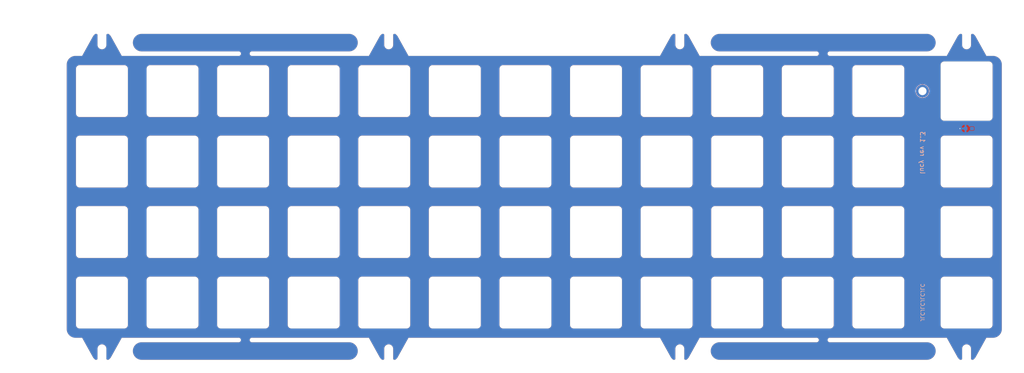
<source format=kicad_pcb>
(kicad_pcb (version 20211014) (generator pcbnew)
  (layers (0 "F.Cu" signal) (31 "B.Cu" signal) (34 "B.Paste" user) (35 "F.Paste" user) (36 "B.SilkS" user "B.Silkscreen") (37 "F.SilkS" user "F.Silkscreen") (38 "B.Mask" user) (39 "F.Mask" user) (44 "Edge.Cuts" user))
  (net 0 "")
  (net 1 "GND")
  (footprint "Keeb_footprints:MX100_cutout_plated" (layer "F.Cu") (at 155.97253 50.00646)
    (fp_text reference "U1")
    (fp_text value "HOLE")
    (fp_line (start -7 6) (end -7 -6) (layer "Edge.Cuts") (width 0.05))
    (fp_line (start -6 7) (end 6 7) (layer "Edge.Cuts") (width 0.05))
    (fp_line (start -6 -7) (end 6 -7) (layer "Edge.Cuts") (width 0.05))
    (fp_line (start 7 -6) (end 7 6) (layer "Edge.Cuts") (width 0.05))
    (fp_arc (start 7 6) (mid 6.707107 6.707107) (end 6 7) (layer "Edge.Cuts") (width 0.05))
    (fp_arc (start 6 -7) (mid 6.707107 -6.707107) (end 7 -6) (layer "Edge.Cuts") (width 0.05))
    (fp_arc (start -6 7) (mid -6.707107 6.707107) (end -7 6) (layer "Edge.Cuts") (width 0.05))
    (fp_arc (start -7 -6) (mid -6.707107 -6.707107) (end -6 -7) (layer "Edge.Cuts") (width 0.05))
  )
  (footprint "Keeb_footprints:MX100_cutout_plated" (layer "F.Cu") (at 175.02261 50.00646)
    (fp_text reference "U2")
    (fp_text value "HOLE")
    (fp_line (start -7 6) (end -7 -6) (layer "Edge.Cuts") (width 0.05))
    (fp_line (start -6 -7) (end 6 -7) (layer "Edge.Cuts") (width 0.05))
    (fp_line (start 7 -6) (end 7 6) (layer "Edge.Cuts") (width 0.05))
    (fp_line (start -6 7) (end 6 7) (layer "Edge.Cuts") (width 0.05))
    (fp_arc (start 6 -7) (mid 6.707107 -6.707107) (end 7 -6) (layer "Edge.Cuts") (width 0.05))
    (fp_arc (start -6 7) (mid -6.707107 6.707107) (end -7 6) (layer "Edge.Cuts") (width 0.05))
    (fp_arc (start 7 6) (mid 6.707107 6.707107) (end 6 7) (layer "Edge.Cuts") (width 0.05))
    (fp_arc (start -7 -6) (mid -6.707107 -6.707107) (end -6 -7) (layer "Edge.Cuts") (width 0.05))
  )
  (footprint "Keeb_footprints:MX100_cutout_plated" (layer "F.Cu") (at 194.07269 50.00646)
    (fp_text reference "U3")
    (fp_text value "HOLE")
    (fp_line (start -6 7) (end 6 7) (layer "Edge.Cuts") (width 0.05))
    (fp_line (start -7 6) (end -7 -6) (layer "Edge.Cuts") (width 0.05))
    (fp_line (start 7 -6) (end 7 6) (layer "Edge.Cuts") (width 0.05))
    (fp_line (start -6 -7) (end 6 -7) (layer "Edge.Cuts") (width 0.05))
    (fp_arc (start 7 6) (mid 6.707107 6.707107) (end 6 7) (layer "Edge.Cuts") (width 0.05))
    (fp_arc (start -7 -6) (mid -6.707107 -6.707107) (end -6 -7) (layer "Edge.Cuts") (width 0.05))
    (fp_arc (start -6 7) (mid -6.707107 6.707107) (end -7 6) (layer "Edge.Cuts") (width 0.05))
    (fp_arc (start 6 -7) (mid 6.707107 -6.707107) (end 7 -6) (layer "Edge.Cuts") (width 0.05))
  )
  (footprint "Keeb_footprints:MX100_cutout_plated" (layer "F.Cu") (at 213.12277 50.00646)
    (fp_text reference "U4")
    (fp_text value "HOLE")
    (fp_line (start -7 6) (end -7 -6) (layer "Edge.Cuts") (width 0.05))
    (fp_line (start -6 7) (end 6 7) (layer "Edge.Cuts") (width 0.05))
    (fp_line (start -6 -7) (end 6 -7) (layer "Edge.Cuts") (width 0.05))
    (fp_line (start 7 -6) (end 7 6) (layer "Edge.Cuts") (width 0.05))
    (fp_arc (start -7 -6) (mid -6.707107 -6.707107) (end -6 -7) (layer "Edge.Cuts") (width 0.05))
    (fp_arc (start 7 6) (mid 6.707107 6.707107) (end 6 7) (layer "Edge.Cuts") (width 0.05))
    (fp_arc (start 6 -7) (mid 6.707107 -6.707107) (end 7 -6) (layer "Edge.Cuts") (width 0.05))
    (fp_arc (start -6 7) (mid -6.707107 6.707107) (end -7 6) (layer "Edge.Cuts") (width 0.05))
  )
  (footprint "Keeb_footprints:MX100_cutout_plated" (layer "F.Cu") (at 232.17285 50.00646)
    (fp_text reference "U5")
    (fp_text value "HOLE")
    (fp_line (start 7 -6) (end 7 6) (layer "Edge.Cuts") (width 0.05))
    (fp_line (start -7 6) (end -7 -6) (layer "Edge.Cuts") (width 0.05))
    (fp_line (start -6 7) (end 6 7) (layer "Edge.Cuts") (width 0.05))
    (fp_line (start -6 -7) (end 6 -7) (layer "Edge.Cuts") (width 0.05))
    (fp_arc (start -7 -6) (mid -6.707107 -6.707107) (end -6 -7) (layer "Edge.Cuts") (width 0.05))
    (fp_arc (start -6 7) (mid -6.707107 6.707107) (end -7 6) (layer "Edge.Cuts") (width 0.05))
    (fp_arc (start 6 -7) (mid 6.707107 -6.707107) (end 7 -6) (layer "Edge.Cuts") (width 0.05))
    (fp_arc (start 7 6) (mid 6.707107 6.707107) (end 6 7) (layer "Edge.Cuts") (width 0.05))
  )
  (footprint "Keeb_footprints:MX100_cutout_plated" (layer "F.Cu") (at 327.42325 50.00646)
    (fp_text reference "U10")
    (fp_text value "HOLE")
    (fp_line (start -6 7) (end 6 7) (layer "Edge.Cuts") (width 0.05))
    (fp_line (start -6 -7) (end 6 -7) (layer "Edge.Cuts") (width 0.05))
    (fp_line (start 7 -6) (end 7 6) (layer "Edge.Cuts") (width 0.05))
    (fp_line (start -7 6) (end -7 -6) (layer "Edge.Cuts") (width 0.05))
    (fp_arc (start -6 7) (mid -6.707107 6.707107) (end -7 6) (layer "Edge.Cuts") (width 0.05))
    (fp_arc (start -7 -6) (mid -6.707107 -6.707107) (end -6 -7) (layer "Edge.Cuts") (width 0.05))
    (fp_arc (start 6 -7) (mid 6.707107 -6.707107) (end 7 -6) (layer "Edge.Cuts") (width 0.05))
    (fp_arc (start 7 6) (mid 6.707107 6.707107) (end 6 7) (layer "Edge.Cuts") (width 0.05))
  )
  (footprint "Keeb_footprints:MX100_cutout_plated" (layer "F.Cu") (at 346.47333 50.00646)
    (fp_text reference "U11")
    (fp_text value "HOLE")
    (fp_line (start -7 6) (end -7 -6) (layer "Edge.Cuts") (width 0.05))
    (fp_line (start -6 -7) (end 6 -7) (layer "Edge.Cuts") (width 0.05))
    (fp_line (start -6 7) (end 6 7) (layer "Edge.Cuts") (width 0.05))
    (fp_line (start 7 -6) (end 7 6) (layer "Edge.Cuts") (width 0.05))
    (fp_arc (start 6 -7) (mid 6.707107 -6.707107) (end 7 -6) (layer "Edge.Cuts") (width 0.05))
    (fp_arc (start -6 7) (mid -6.707107 6.707107) (end -7 6) (layer "Edge.Cuts") (width 0.05))
    (fp_arc (start 7 6) (mid 6.707107 6.707107) (end 6 7) (layer "Edge.Cuts") (width 0.05))
    (fp_arc (start -7 -6) (mid -6.707107 -6.707107) (end -6 -7) (layer "Edge.Cuts") (width 0.05))
  )
  (footprint "Keeb_footprints:MX100_cutout_plated" (layer "F.Cu") (at 155.97253 69.05654)
    (fp_text reference "U13")
    (fp_text value "HOLE")
    (fp_line (start -7 6) (end -7 -6) (layer "Edge.Cuts") (width 0.05))
    (fp_line (start -6 7) (end 6 7) (layer "Edge.Cuts") (width 0.05))
    (fp_line (start 7 -6) (end 7 6) (layer "Edge.Cuts") (width 0.05))
    (fp_line (start -6 -7) (end 6 -7) (layer "Edge.Cuts") (width 0.05))
    (fp_arc (start 7 6) (mid 6.707107 6.707107) (end 6 7) (layer "Edge.Cuts") (width 0.05))
    (fp_arc (start -7 -6) (mid -6.707107 -6.707107) (end -6 -7) (layer "Edge.Cuts") (width 0.05))
    (fp_arc (start -6 7) (mid -6.707107 6.707107) (end -7 6) (layer "Edge.Cuts") (width 0.05))
    (fp_arc (start 6 -7) (mid 6.707107 -6.707107) (end 7 -6) (layer "Edge.Cuts") (width 0.05))
  )
  (footprint "Keeb_footprints:MX100_cutout_plated" (layer "F.Cu") (at 194.07269 69.05654)
    (fp_text reference "U15")
    (fp_text value "HOLE")
    (fp_line (start 7 -6) (end 7 6) (layer "Edge.Cuts") (width 0.05))
    (fp_line (start -6 7) (end 6 7) (layer "Edge.Cuts") (width 0.05))
    (fp_line (start -6 -7) (end 6 -7) (layer "Edge.Cuts") (width 0.05))
    (fp_line (start -7 6) (end -7 -6) (layer "Edge.Cuts") (width 0.05))
    (fp_arc (start -6 7) (mid -6.707107 6.707107) (end -7 6) (layer "Edge.Cuts") (width 0.05))
    (fp_arc (start 6 -7) (mid 6.707107 -6.707107) (end 7 -6) (layer "Edge.Cuts") (width 0.05))
    (fp_arc (start 7 6) (mid 6.707107 6.707107) (end 6 7) (layer "Edge.Cuts") (width 0.05))
    (fp_arc (start -7 -6) (mid -6.707107 -6.707107) (end -6 -7) (layer "Edge.Cuts") (width 0.05))
  )
  (footprint "Keeb_footprints:MX100_cutout_plated" (layer "F.Cu") (at 232.17285 69.05654)
    (fp_text reference "U17")
    (fp_text value "HOLE")
    (fp_line (start 7 -6) (end 7 6) (layer "Edge.Cuts") (width 0.05))
    (fp_line (start -7 6) (end -7 -6) (layer "Edge.Cuts") (width 0.05))
    (fp_line (start -6 -7) (end 6 -7) (layer "Edge.Cuts") (width 0.05))
    (fp_line (start -6 7) (end 6 7) (layer "Edge.Cuts") (width 0.05))
    (fp_arc (start 6 -7) (mid 6.707107 -6.707107) (end 7 -6) (layer "Edge.Cuts") (width 0.05))
    (fp_arc (start -7 -6) (mid -6.707107 -6.707107) (end -6 -7) (layer "Edge.Cuts") (width 0.05))
    (fp_arc (start 7 6) (mid 6.707107 6.707107) (end 6 7) (layer "Edge.Cuts") (width 0.05))
    (fp_arc (start -6 7) (mid -6.707107 6.707107) (end -7 6) (layer "Edge.Cuts") (width 0.05))
  )
  (footprint "Keeb_footprints:MX100_cutout_plated" (layer "F.Cu") (at 251.22293 69.05654)
    (fp_text reference "U18")
    (fp_text value "HOLE")
    (fp_line (start -6 7) (end 6 7) (layer "Edge.Cuts") (width 0.05))
    (fp_line (start 7 -6) (end 7 6) (layer "Edge.Cuts") (width 0.05))
    (fp_line (start -6 -7) (end 6 -7) (layer "Edge.Cuts") (width 0.05))
    (fp_line (start -7 6) (end -7 -6) (layer "Edge.Cuts") (width 0.05))
    (fp_arc (start -6 7) (mid -6.707107 6.707107) (end -7 6) (layer "Edge.Cuts") (width 0.05))
    (fp_arc (start 6 -7) (mid 6.707107 -6.707107) (end 7 -6) (layer "Edge.Cuts") (width 0.05))
    (fp_arc (start -7 -6) (mid -6.707107 -6.707107) (end -6 -7) (layer "Edge.Cuts") (width 0.05))
    (fp_arc (start 7 6) (mid 6.707107 6.707107) (end 6 7) (layer "Edge.Cuts") (width 0.05))
  )
  (footprint "Keeb_footprints:MX100_cutout_plated" (layer "F.Cu") (at 270.27301 69.05654)
    (fp_text reference "U19")
    (fp_text value "HOLE")
    (fp_line (start -7 6) (end -7 -6) (layer "Edge.Cuts") (width 0.05))
    (fp_line (start -6 -7) (end 6 -7) (layer "Edge.Cuts") (width 0.05))
    (fp_line (start -6 7) (end 6 7) (layer "Edge.Cuts") (width 0.05))
    (fp_line (start 7 -6) (end 7 6) (layer "Edge.Cuts") (width 0.05))
    (fp_arc (start -6 7) (mid -6.707107 6.707107) (end -7 6) (layer "Edge.Cuts") (width 0.05))
    (fp_arc (start -7 -6) (mid -6.707107 -6.707107) (end -6 -7) (layer "Edge.Cuts") (width 0.05))
    (fp_arc (start 7 6) (mid 6.707107 6.707107) (end 6 7) (layer "Edge.Cuts") (width 0.05))
    (fp_arc (start 6 -7) (mid 6.707107 -6.707107) (end 7 -6) (layer "Edge.Cuts") (width 0.05))
  )
  (footprint "Keeb_footprints:MX100_cutout_plated" (layer "F.Cu") (at 289.32309 69.05654)
    (fp_text reference "U20")
    (fp_text value "HOLE")
    (fp_line (start 7 -6) (end 7 6) (layer "Edge.Cuts") (width 0.05))
    (fp_line (start -6 7) (end 6 7) (layer "Edge.Cuts") (width 0.05))
    (fp_line (start -6 -7) (end 6 -7) (layer "Edge.Cuts") (width 0.05))
    (fp_line (start -7 6) (end -7 -6) (layer "Edge.Cuts") (width 0.05))
    (fp_arc (start -6 7) (mid -6.707107 6.707107) (end -7 6) (layer "Edge.Cuts") (width 0.05))
    (fp_arc (start -7 -6) (mid -6.707107 -6.707107) (end -6 -7) (layer "Edge.Cuts") (width 0.05))
    (fp_arc (start 6 -7) (mid 6.707107 -6.707107) (end 7 -6) (layer "Edge.Cuts") (width 0.05))
    (fp_arc (start 7 6) (mid 6.707107 6.707107) (end 6 7) (layer "Edge.Cuts") (width 0.05))
  )
  (footprint "Keeb_footprints:MX100_cutout_plated" (layer "F.Cu") (at 308.37317 69.05654)
    (fp_text reference "U21")
    (fp_text value "HOLE")
    (fp_line (start 7 -6) (end 7 6) (layer "Edge.Cuts") (width 0.05))
    (fp_line (start -7 6) (end -7 -6) (layer "Edge.Cuts") (width 0.05))
    (fp_line (start -6 7) (end 6 7) (layer "Edge.Cuts") (width 0.05))
    (fp_line (start -6 -7) (end 6 -7) (layer "Edge.Cuts") (width 0.05))
    (fp_arc (start -7 -6) (mid -6.707107 -6.707107) (end -6 -7) (layer "Edge.Cuts") (width 0.05))
    (fp_arc (start -6 7) (mid -6.707107 6.707107) (end -7 6) (layer "Edge.Cuts") (width 0.05))
    (fp_arc (start 7 6) (mid 6.707107 6.707107) (end 6 7) (layer "Edge.Cuts") (width 0.05))
    (fp_arc (start 6 -7) (mid 6.707107 -6.707107) (end 7 -6) (layer "Edge.Cuts") (width 0.05))
  )
  (footprint "Keeb_footprints:MX100_cutout_plated" (layer "F.Cu") (at 327.42325 69.05654)
    (fp_text reference "U22")
    (fp_text value "HOLE")
    (fp_line (start -6 7) (end 6 7) (layer "Edge.Cuts") (width 0.05))
    (fp_line (start 7 -6) (end 7 6) (layer "Edge.Cuts") (width 0.05))
    (fp_line (start -6 -7) (end 6 -7) (layer "Edge.Cuts") (width 0.05))
    (fp_line (start -7 6) (end -7 -6) (layer "Edge.Cuts") (width 0.05))
    (fp_arc (start -7 -6) (mid -6.707107 -6.707107) (end -6 -7) (layer "Edge.Cuts") (width 0.05))
    (fp_arc (start 6 -7) (mid 6.707107 -6.707107) (end 7 -6) (layer "Edge.Cuts") (width 0.05))
    (fp_arc (start 7 6) (mid 6.707107 6.707107) (end 6 7) (layer "Edge.Cuts") (width 0.05))
    (fp_arc (start -6 7) (mid -6.707107 6.707107) (end -7 6) (layer "Edge.Cuts") (width 0.05))
  )
  (footprint "Keeb_footprints:MX100_cutout_plated" (layer "F.Cu") (at 346.47333 69.05654)
    (fp_text reference "U23")
    (fp_text value "HOLE")
    (fp_line (start -6 -7) (end 6 -7) (layer "Edge.Cuts") (width 0.05))
    (fp_line (start -7 6) (end -7 -6) (layer "Edge.Cuts") (width 0.05))
    (fp_line (start 7 -6) (end 7 6) (layer "Edge.Cuts") (width 0.05))
    (fp_line (start -6 7) (end 6 7) (layer "Edge.Cuts") (width 0.05))
    (fp_arc (start 6 -7) (mid 6.707107 -6.707107) (end 7 -6) (layer "Edge.Cuts") (width 0.05))
    (fp_arc (start 7 6) (mid 6.707107 6.707107) (end 6 7) (layer "Edge.Cuts") (width 0.05))
    (fp_arc (start -6 7) (mid -6.707107 6.707107) (end -7 6) (layer "Edge.Cuts") (width 0.05))
    (fp_arc (start -7 -6) (mid -6.707107 -6.707107) (end -6 -7) (layer "Edge.Cuts") (width 0.05))
  )
  (footprint "Keeb_footprints:MX100_cutout_plated" (layer "F.Cu") (at 365.52341 69.05654)
    (fp_text reference "U24")
    (fp_text value "HOLE")
    (fp_line (start -7 6) (end -7 -6) (layer "Edge.Cuts") (width 0.05))
    (fp_line (start -6 7) (end 6 7) (layer "Edge.Cuts") (width 0.05))
    (fp_line (start 7 -6) (end 7 6) (layer "Edge.Cuts") (width 0.05))
    (fp_line (start -6 -7) (end 6 -7) (layer "Edge.Cuts") (width 0.05))
    (fp_arc (start -6 7) (mid -6.707107 6.707107) (end -7 6) (layer "Edge.Cuts") (width 0.05))
    (fp_arc (start -7 -6) (mid -6.707107 -6.707107) (end -6 -7) (layer "Edge.Cuts") (width 0.05))
    (fp_arc (start 6 -7) (mid 6.707107 -6.707107) (end 7 -6) (layer "Edge.Cuts") (width 0.05))
    (fp_arc (start 7 6) (mid 6.707107 6.707107) (end 6 7) (layer "Edge.Cuts") (width 0.05))
  )
  (footprint "Keeb_footprints:MX100_cutout_plated" (layer "F.Cu") (at 155.97253 88.10662)
    (fp_text reference "U25")
    (fp_text value "HOLE")
    (fp_line (start 7 -6) (end 7 6) (layer "Edge.Cuts") (width 0.05))
    (fp_line (start -7 6) (end -7 -6) (layer "Edge.Cuts") (width 0.05))
    (fp_line (start -6 -7) (end 6 -7) (layer "Edge.Cuts") (width 0.05))
    (fp_line (start -6 7) (end 6 7) (layer "Edge.Cuts") (width 0.05))
    (fp_arc (start -6 7) (mid -6.707107 6.707107) (end -7 6) (layer "Edge.Cuts") (width 0.05))
    (fp_arc (start 6 -7) (mid 6.707107 -6.707107) (end 7 -6) (layer "Edge.Cuts") (width 0.05))
    (fp_arc (start 7 6) (mid 6.707107 6.707107) (end 6 7) (layer "Edge.Cuts") (width 0.05))
    (fp_arc (start -7 -6) (mid -6.707107 -6.707107) (end -6 -7) (layer "Edge.Cuts") (width 0.05))
  )
  (footprint "Keeb_footprints:MX100_cutout_plated" (layer "F.Cu") (at 175.02261 88.10662)
    (fp_text reference "U26")
    (fp_text value "HOLE")
    (fp_line (start -6 -7) (end 6 -7) (layer "Edge.Cuts") (width 0.05))
    (fp_line (start -6 7) (end 6 7) (layer "Edge.Cuts") (width 0.05))
    (fp_line (start -7 6) (end -7 -6) (layer "Edge.Cuts") (width 0.05))
    (fp_line (start 7 -6) (end 7 6) (layer "Edge.Cuts") (width 0.05))
    (fp_arc (start 7 6) (mid 6.707107 6.707107) (end 6 7) (layer "Edge.Cuts") (width 0.05))
    (fp_arc (start -6 7) (mid -6.707107 6.707107) (end -7 6) (layer "Edge.Cuts") (width 0.05))
    (fp_arc (start 6 -7) (mid 6.707107 -6.707107) (end 7 -6) (layer "Edge.Cuts") (width 0.05))
    (fp_arc (start -7 -6) (mid -6.707107 -6.707107) (end -6 -7) (layer "Edge.Cuts") (width 0.05))
  )
  (footprint "Keeb_footprints:MX100_cutout_plated" (layer "F.Cu") (at 194.07269 88.10662)
    (fp_text reference "U27")
    (fp_text value "HOLE")
    (fp_line (start -7 6) (end -7 -6) (layer "Edge.Cuts") (width 0.05))
    (fp_line (start 7 -6) (end 7 6) (layer "Edge.Cuts") (width 0.05))
    (fp_line (start -6 -7) (end 6 -7) (layer "Edge.Cuts") (width 0.05))
    (fp_line (start -6 7) (end 6 7) (layer "Edge.Cuts") (width 0.05))
    (fp_arc (start -6 7) (mid -6.707107 6.707107) (end -7 6) (layer "Edge.Cuts") (width 0.05))
    (fp_arc (start -7 -6) (mid -6.707107 -6.707107) (end -6 -7) (layer "Edge.Cuts") (width 0.05))
    (fp_arc (start 6 -7) (mid 6.707107 -6.707107) (end 7 -6) (layer "Edge.Cuts") (width 0.05))
    (fp_arc (start 7 6) (mid 6.707107 6.707107) (end 6 7) (layer "Edge.Cuts") (width 0.05))
  )
  (footprint "Keeb_footprints:MX100_cutout_plated" (layer "F.Cu") (at 213.12277 88.10662)
    (fp_text reference "U28")
    (fp_text value "HOLE")
    (fp_line (start -6 7) (end 6 7) (layer "Edge.Cuts") (width 0.05))
    (fp_line (start -7 6) (end -7 -6) (layer "Edge.Cuts") (width 0.05))
    (fp_line (start 7 -6) (end 7 6) (layer "Edge.Cuts") (width 0.05))
    (fp_line (start -6 -7) (end 6 -7) (layer "Edge.Cuts") (width 0.05))
    (fp_arc (start 6 -7) (mid 6.707107 -6.707107) (end 7 -6) (layer "Edge.Cuts") (width 0.05))
    (fp_arc (start 7 6) (mid 6.707107 6.707107) (end 6 7) (layer "Edge.Cuts") (width 0.05))
    (fp_arc (start -6 7) (mid -6.707107 6.707107) (end -7 6) (layer "Edge.Cuts") (width 0.05))
    (fp_arc (start -7 -6) (mid -6.707107 -6.707107) (end -6 -7) (layer "Edge.Cuts") (width 0.05))
  )
  (footprint "Keeb_footprints:MX100_cutout_plated" (layer "F.Cu") (at 232.17285 88.10662)
    (fp_text reference "U29")
    (fp_text value "HOLE")
    (fp_line (start -6 -7) (end 6 -7) (layer "Edge.Cuts") (width 0.05))
    (fp_line (start -7 6) (end -7 -6) (layer "Edge.Cuts") (width 0.05))
    (fp_line (start -6 7) (end 6 7) (layer "Edge.Cuts") (width 0.05))
    (fp_line (start 7 -6) (end 7 6) (layer "Edge.Cuts") (width 0.05))
    (fp_arc (start 7 6) (mid 6.707107 6.707107) (end 6 7) (layer "Edge.Cuts") (width 0.05))
    (fp_arc (start -6 7) (mid -6.707107 6.707107) (end -7 6) (layer "Edge.Cuts") (width 0.05))
    (fp_arc (start 6 -7) (mid 6.707107 -6.707107) (end 7 -6) (layer "Edge.Cuts") (width 0.05))
    (fp_arc (start -7 -6) (mid -6.707107 -6.707107) (end -6 -7) (layer "Edge.Cuts") (width 0.05))
  )
  (footprint "Keeb_footprints:MX100_cutout_plated" (layer "F.Cu") (at 251.22293 88.10662)
    (fp_text reference "U30")
    (fp_text value "HOLE")
    (fp_line (start -6 -7) (end 6 -7) (layer "Edge.Cuts") (width 0.05))
    (fp_line (start -6 7) (end 6 7) (layer "Edge.Cuts") (width 0.05))
    (fp_line (start -7 6) (end -7 -6) (layer "Edge.Cuts") (width 0.05))
    (fp_line (start 7 -6) (end 7 6) (layer "Edge.Cuts") (width 0.05))
    (fp_arc (start 6 -7) (mid 6.707107 -6.707107) (end 7 -6) (layer "Edge.Cuts") (width 0.05))
    (fp_arc (start -6 7) (mid -6.707107 6.707107) (end -7 6) (layer "Edge.Cuts") (width 0.05))
    (fp_arc (start -7 -6) (mid -6.707107 -6.707107) (end -6 -7) (layer "Edge.Cuts") (width 0.05))
    (fp_arc (start 7 6) (mid 6.707107 6.707107) (end 6 7) (layer "Edge.Cuts") (width 0.05))
  )
  (footprint "Keeb_footprints:MX100_cutout_plated" (layer "F.Cu") (at 270.27301 88.10662)
    (fp_text reference "U31")
    (fp_text value "HOLE")
    (fp_line (start -6 -7) (end 6 -7) (layer "Edge.Cuts") (width 0.05))
    (fp_line (start 7 -6) (end 7 6) (layer "Edge.Cuts") (width 0.05))
    (fp_line (start -7 6) (end -7 -6) (layer "Edge.Cuts") (width 0.05))
    (fp_line (start -6 7) (end 6 7) (layer "Edge.Cuts") (width 0.05))
    (fp_arc (start 6 -7) (mid 6.707107 -6.707107) (end 7 -6) (layer "Edge.Cuts") (width 0.05))
    (fp_arc (start -6 7) (mid -6.707107 6.707107) (end -7 6) (layer "Edge.Cuts") (width 0.05))
    (fp_arc (start -7 -6) (mid -6.707107 -6.707107) (end -6 -7) (layer "Edge.Cuts") (width 0.05))
    (fp_arc (start 7 6) (mid 6.707107 6.707107) (end 6 7) (layer "Edge.Cuts") (width 0.05))
  )
  (footprint "Keeb_footprints:MX100_cutout_plated" (layer "F.Cu") (at 289.32309 88.10662)
    (fp_text reference "U32")
    (fp_text value "HOLE")
    (fp_line (start -7 6) (end -7 -6) (layer "Edge.Cuts") (width 0.05))
    (fp_line (start 7 -6) (end 7 6) (layer "Edge.Cuts") (width 0.05))
    (fp_line (start -6 7) (end 6 7) (layer "Edge.Cuts") (width 0.05))
    (fp_line (start -6 -7) (end 6 -7) (layer "Edge.Cuts") (width 0.05))
    (fp_arc (start -6 7) (mid -6.707107 6.707107) (end -7 6) (layer "Edge.Cuts") (width 0.05))
    (fp_arc (start -7 -6) (mid -6.707107 -6.707107) (end -6 -7) (layer "Edge.Cuts") (width 0.05))
    (fp_arc (start 7 6) (mid 6.707107 6.707107) (end 6 7) (layer "Edge.Cuts") (width 0.05))
    (fp_arc (start 6 -7) (mid 6.707107 -6.707107) (end 7 -6) (layer "Edge.Cuts") (width 0.05))
  )
  (footprint "Keeb_footprints:MX100_cutout_plated" (layer "F.Cu") (at 308.37317 88.10662)
    (fp_text reference "U33")
    (fp_text value "HOLE")
    (fp_line (start -6 -7) (end 6 -7) (layer "Edge.Cuts") (width 0.05))
    (fp_line (start -6 7) (end 6 7) (layer "Edge.Cuts") (width 0.05))
    (fp_line (start 7 -6) (end 7 6) (layer "Edge.Cuts") (width 0.05))
    (fp_line (start -7 6) (end -7 -6) (layer "Edge.Cuts") (width 0.05))
    (fp_arc (start -7 -6) (mid -6.707107 -6.707107) (end -6 -7) (layer "Edge.Cuts") (width 0.05))
    (fp_arc (start 6 -7) (mid 6.707107 -6.707107) (end 7 -6) (layer "Edge.Cuts") (width 0.05))
    (fp_arc (start -6 7) (mid -6.707107 6.707107) (end -7 6) (layer "Edge.Cuts") (width 0.05))
    (fp_arc (start 7 6) (mid 6.707107 6.707107) (end 6 7) (layer "Edge.Cuts") (width 0.05))
  )
  (footprint "Keeb_footprints:MX100_cutout_plated" (layer "F.Cu") (at 327.42325 88.10662)
    (fp_text reference "U34")
    (fp_text value "HOLE")
    (fp_line (start -6 -7) (end 6 -7) (layer "Edge.Cuts") (width 0.05))
    (fp_line (start -6 7) (end 6 7) (layer "Edge.Cuts") (width 0.05))
    (fp_line (start -7 6) (end -7 -6) (layer "Edge.Cuts") (width 0.05))
    (fp_line (start 7 -6) (end 7 6) (layer "Edge.Cuts") (width 0.05))
    (fp_arc (start 6 -7) (mid 6.707107 -6.707107) (end 7 -6) (layer "Edge.Cuts") (width 0.05))
    (fp_arc (start -7 -6) (mid -6.707107 -6.707107) (end -6 -7) (layer "Edge.Cuts") (width 0.05))
    (fp_arc (start 7 6) (mid 6.707107 6.707107) (end 6 7) (layer "Edge.Cuts") (width 0.05))
    (fp_arc (start -6 7) (mid -6.707107 6.707107) (end -7 6) (layer "Edge.Cuts") (width 0.05))
  )
  (footprint "Keeb_footprints:MX100_cutout_plated" (layer "F.Cu") (at 346.47333 88.10662)
    (fp_text reference "U35")
    (fp_text value "HOLE")
    (fp_line (start 7 -6) (end 7 6) (layer "Edge.Cuts") (width 0.05))
    (fp_line (start -6 7) (end 6 7) (layer "Edge.Cuts") (width 0.05))
    (fp_line (start -7 6) (end -7 -6) (layer "Edge.Cuts") (width 0.05))
    (fp_line (start -6 -7) (end 6 -7) (layer "Edge.Cuts") (width 0.05))
    (fp_arc (start 7 6) (mid 6.707107 6.707107) (end 6 7) (layer "Edge.Cuts") (width 0.05))
    (fp_arc (start -7 -6) (mid -6.707107 -6.707107) (end -6 -7) (layer "Edge.Cuts") (width 0.05))
    (fp_arc (start 6 -7) (mid 6.707107 -6.707107) (end 7 -6) (layer "Edge.Cuts") (width 0.05))
    (fp_arc (start -6 7) (mid -6.707107 6.707107) (end -7 6) (layer "Edge.Cuts") (width 0.05))
  )
  (footprint "Keeb_footprints:MX100_cutout_plated" (layer "F.Cu") (at 365.52341 88.10662)
    (fp_text reference "U36")
    (fp_text value "HOLE")
    (fp_line (start 7 -6) (end 7 6) (layer "Edge.Cuts") (width 0.05))
    (fp_line (start -7 6) (end -7 -6) (layer "Edge.Cuts") (width 0.05))
    (fp_line (start -6 -7) (end 6 -7) (layer "Edge.Cuts") (width 0.05))
    (fp_line (start -6 7) (end 6 7) (layer "Edge.Cuts") (width 0.05))
    (fp_arc (start 7 6) (mid 6.707107 6.707107) (end 6 7) (layer "Edge.Cuts") (width 0.05))
    (fp_arc (start -7 -6) (mid -6.707107 -6.707107) (end -6 -7) (layer "Edge.Cuts") (width 0.05))
    (fp_arc (start -6 7) (mid -6.707107 6.707107) (end -7 6) (layer "Edge.Cuts") (width 0.05))
    (fp_arc (start 6 -7) (mid 6.707107 -6.707107) (end 7 -6) (layer "Edge.Cuts") (width 0.05))
  )
  (footprint "Keeb_footprints:MX100_cutout_plated" (layer "F.Cu") (at 175.02261 107.1567)
    (fp_text reference "U38")
    (fp_text value "HOLE")
    (fp_line (start 7 -6) (end 7 6) (layer "Edge.Cuts") (width 0.05))
    (fp_line (start -6 7) (end 6 7) (layer "Edge.Cuts") (width 0.05))
    (fp_line (start -6 -7) (end 6 -7) (layer "Edge.Cuts") (width 0.05))
    (fp_line (start -7 6) (end -7 -6) (layer "Edge.Cuts") (width 0.05))
    (fp_arc (start 6 -7) (mid 6.707107 -6.707107) (end 7 -6) (layer "Edge.Cuts") (width 0.05))
    (fp_arc (start -7 -6) (mid -6.707107 -6.707107) (end -6 -7) (layer "Edge.Cuts") (width 0.05))
    (fp_arc (start 7 6) (mid 6.707107 6.707107) (end 6 7) (layer "Edge.Cuts") (width 0.05))
    (fp_arc (start -6 7) (mid -6.707107 6.707107) (end -7 6) (layer "Edge.Cuts") (width 0.05))
  )
  (footprint "Keeb_footprints:MX100_cutout_plated" (layer "F.Cu") (at 194.07269 107.1567)
    (fp_text reference "U39")
    (fp_text value "HOLE")
    (fp_line (start -7 6) (end -7 -6) (layer "Edge.Cuts") (width 0.05))
    (fp_line (start -6 7) (end 6 7) (layer "Edge.Cuts") (width 0.05))
    (fp_line (start -6 -7) (end 6 -7) (layer "Edge.Cuts") (width 0.05))
    (fp_line (start 7 -6) (end 7 6) (layer "Edge.Cuts") (width 0.05))
    (fp_arc (start -7 -6) (mid -6.707107 -6.707107) (end -6 -7) (layer "Edge.Cuts") (width 0.05))
    (fp_arc (start -6 7) (mid -6.707107 6.707107) (end -7 6) (layer "Edge.Cuts") (width 0.05))
    (fp_arc (start 7 6) (mid 6.707107 6.707107) (end 6 7) (layer "Edge.Cuts") (width 0.05))
    (fp_arc (start 6 -7) (mid 6.707107 -6.707107) (end 7 -6) (layer "Edge.Cuts") (width 0.05))
  )
  (footprint "Keeb_footprints:MX100_cutout_plated" (layer "F.Cu") (at 213.12277 107.1567)
    (fp_text reference "U40")
    (fp_text value "HOLE")
    (fp_line (start -6 -7) (end 6 -7) (layer "Edge.Cuts") (width 0.05))
    (fp_line (start -7 6) (end -7 -6) (layer "Edge.Cuts") (width 0.05))
    (fp_line (start 7 -6) (end 7 6) (layer "Edge.Cuts") (width 0.05))
    (fp_line (start -6 7) (end 6 7) (layer "Edge.Cuts") (width 0.05))
    (fp_arc (start 7 6) (mid 6.707107 6.707107) (end 6 7) (layer "Edge.Cuts") (width 0.05))
    (fp_arc (start -7 -6) (mid -6.707107 -6.707107) (end -6 -7) (layer "Edge.Cuts") (width 0.05))
    (fp_arc (start -6 7) (mid -6.707107 6.707107) (end -7 6) (layer "Edge.Cuts") (width 0.05))
    (fp_arc (start 6 -7) (mid 6.707107 -6.707107) (end 7 -6) (layer "Edge.Cuts") (width 0.05))
  )
  (footprint "Keeb_footprints:MX100_cutout_plated" (layer "F.Cu") (at 232.17285 107.1567)
    (fp_text reference "U41")
    (fp_text value "HOLE")
    (fp_line (start -6 -7) (end 6 -7) (layer "Edge.Cuts") (width 0.05))
    (fp_line (start -7 6) (end -7 -6) (layer "Edge.Cuts") (width 0.05))
    (fp_line (start -6 7) (end 6 7) (layer "Edge.Cuts") (width 0.05))
    (fp_line (start 7 -6) (end 7 6) (layer "Edge.Cuts") (width 0.05))
    (fp_arc (start 6 -7) (mid 6.707107 -6.707107) (end 7 -6) (layer "Edge.Cuts") (width 0.05))
    (fp_arc (start -6 7) (mid -6.707107 6.707107) (end -7 6) (layer "Edge.Cuts") (width 0.05))
    (fp_arc (start -7 -6) (mid -6.707107 -6.707107) (end -6 -7) (layer "Edge.Cuts") (width 0.05))
    (fp_arc (start 7 6) (mid 6.707107 6.707107) (end 6 7) (layer "Edge.Cuts") (width 0.05))
  )
  (footprint "Keeb_footprints:MX100_cutout_plated" (layer "F.Cu") (at 251.22293 107.1567)
    (fp_text reference "U42")
    (fp_text value "HOLE")
    (fp_line (start -6 -7) (end 6 -7) (layer "Edge.Cuts") (width 0.05))
    (fp_line (start 7 -6) (end 7 6) (layer "Edge.Cuts") (width 0.05))
    (fp_line (start -7 6) (end -7 -6) (layer "Edge.Cuts") (width 0.05))
    (fp_line (start -6 7) (end 6 7) (layer "Edge.Cuts") (width 0.05))
    (fp_arc (start 6 -7) (mid 6.707107 -6.707107) (end 7 -6) (layer "Edge.Cuts") (width 0.05))
    (fp_arc (start -7 -6) (mid -6.707107 -6.707107) (end -6 -7) (layer "Edge.Cuts") (width 0.05))
    (fp_arc (start -6 7) (mid -6.707107 6.707107) (end -7 6) (layer "Edge.Cuts") (width 0.05))
    (fp_arc (start 7 6) (mid 6.707107 6.707107) (end 6 7) (layer "Edge.Cuts") (width 0.05))
  )
  (footprint "Keeb_footprints:MX100_cutout_plated" (layer "F.Cu") (at 270.27301 107.1567)
    (fp_text reference "U43")
    (fp_text value "HOLE")
    (fp_line (start -6 7) (end 6 7) (layer "Edge.Cuts") (width 0.05))
    (fp_line (start -7 6) (end -7 -6) (layer "Edge.Cuts") (width 0.05))
    (fp_line (start -6 -7) (end 6 -7) (layer "Edge.Cuts") (width 0.05))
    (fp_line (start 7 -6) (end 7 6) (layer "Edge.Cuts") (width 0.05))
    (fp_arc (start -6 7) (mid -6.707107 6.707107) (end -7 6) (layer "Edge.Cuts") (width 0.05))
    (fp_arc (start 6 -7) (mid 6.707107 -6.707107) (end 7 -6) (layer "Edge.Cuts") (width 0.05))
    (fp_arc (start 7 6) (mid 6.707107 6.707107) (end 6 7) (layer "Edge.Cuts") (width 0.05))
    (fp_arc (start -7 -6) (mid -6.707107 -6.707107) (end -6 -7) (layer "Edge.Cuts") (width 0.05))
  )
  (footprint "Keeb_footprints:MX100_cutout_plated" (layer "F.Cu") (at 289.32309 107.1567)
    (fp_text reference "U44")
    (fp_text value "HOLE")
    (fp_line (start -7 6) (end -7 -6) (layer "Edge.Cuts") (width 0.05))
    (fp_line (start 7 -6) (end 7 6) (layer "Edge.Cuts") (width 0.05))
    (fp_line (start -6 7) (end 6 7) (layer "Edge.Cuts") (width 0.05))
    (fp_line (start -6 -7) (end 6 -7) (layer "Edge.Cuts") (width 0.05))
    (fp_arc (start -6 7) (mid -6.707107 6.707107) (end -7 6) (layer "Edge.Cuts") (width 0.05))
    (fp_arc (start 7 6) (mid 6.707107 6.707107) (end 6 7) (layer "Edge.Cuts") (width 0.05))
    (fp_arc (start 6 -7) (mid 6.707107 -6.707107) (end 7 -6) (layer "Edge.Cuts") (width 0.05))
    (fp_arc (start -7 -6) (mid -6.707107 -6.707107) (end -6 -7) (layer "Edge.Cuts") (width 0.05))
  )
  (footprint "Keeb_footprints:MX100_cutout_plated" (layer "F.Cu") (at 308.37317 107.1567)
    (fp_text reference "U45")
    (fp_text value "HOLE")
    (fp_line (start -6 -7) (end 6 -7) (layer "Edge.Cuts") (width 0.05))
    (fp_line (start -6 7) (end 6 7) (layer "Edge.Cuts") (width 0.05))
    (fp_line (start 7 -6) (end 7 6) (layer "Edge.Cuts") (width 0.05))
    (fp_line (start -7 6) (end -7 -6) (layer "Edge.Cuts") (width 0.05))
    (fp_arc (start 6 -7) (mid 6.707107 -6.707107) (end 7 -6) (layer "Edge.Cuts") (width 0.05))
    (fp_arc (start -6 7) (mid -6.707107 6.707107) (end -7 6) (layer "Edge.Cuts") (width 0.05))
    (fp_arc (start 7 6) (mid 6.707107 6.707107) (end 6 7) (layer "Edge.Cuts") (width 0.05))
    (fp_arc (start -7 -6) (mid -6.707107 -6.707107) (end -6 -7) (layer "Edge.Cuts") (width 0.05))
  )
  (footprint "Keeb_footprints:MX100_cutout_plated" (layer "F.Cu") (at 327.42325 107.1567)
    (fp_text reference "U46")
    (fp_text value "HOLE")
    (fp_line (start -7 6) (end -7 -6) (layer "Edge.Cuts") (width 0.05))
    (fp_line (start 7 -6) (end 7 6) (layer "Edge.Cuts") (width 0.05))
    (fp_line (start -6 7) (end 6 7) (layer "Edge.Cuts") (width 0.05))
    (fp_line (start -6 -7) (end 6 -7) (layer "Edge.Cuts") (width 0.05))
    (fp_arc (start 7 6) (mid 6.707107 6.707107) (end 6 7) (layer "Edge.Cuts") (width 0.05))
    (fp_arc (start -7 -6) (mid -6.707107 -6.707107) (end -6 -7) (layer "Edge.Cuts") (width 0.05))
    (fp_arc (start -6 7) (mid -6.707107 6.707107) (end -7 6) (layer "Edge.Cuts") (width 0.05))
    (fp_arc (start 6 -7) (mid 6.707107 -6.707107) (end 7 -6) (layer "Edge.Cuts") (width 0.05))
  )
  (footprint "Keeb_footprints:MX100_cutout_plated" (layer "F.Cu") (at 346.47333 107.16)
    (fp_text reference "U47")
    (fp_text value "HOLE")
    (fp_line (start -6 7) (end 6 7) (layer "Edge.Cuts") (width 0.05))
    (fp_line (start 7 -6) (end 7 6) (layer "Edge.Cuts") (width 0.05))
    (fp_line (start -6 -7) (end 6 -7) (layer "Edge.Cuts") (width 0.05))
    (fp_line (start -7 6) (end -7 -6) (layer "Edge.Cuts") (width 0.05))
    (fp_arc (start -7 -6) (mid -6.707107 -6.707107) (end -6 -7) (layer "Edge.Cuts") (width 0.05))
    (fp_arc (start 6 -7) (mid 6.707107 -6.707107) (end 7 -6) (layer "Edge.Cuts") (width 0.05))
    (fp_arc (start -6 7) (mid -6.707107 6.707107) (end -7 6) (layer "Edge.Cuts") (width 0.05))
    (fp_arc (start 7 6) (mid 6.707107 6.707107) (end 6 7) (layer "Edge.Cuts") (width 0.05))
  )
  (footprint "Keeb_footprints:MX100_cutout_plated" (layer "F.Cu") (at 365.52341 107.1567)
    (fp_text reference "U48")
    (fp_text value "HOLE")
    (fp_line (start -6 -7) (end 6 -7) (layer "Edge.Cuts") (width 0.05))
    (fp_line (start -6 7) (end 6 7) (layer "Edge.Cuts") (width 0.05))
    (fp_line (start -7 6) (end -7 -6) (layer "Edge.Cuts") (width 0.05))
    (fp_line (start 7 -6) (end 7 6) (layer "Edge.Cuts") (width 0.05))
    (fp_arc (start 7 6) (mid 6.707107 6.707107) (end 6 7) (layer "Edge.Cuts") (width 0.05))
    (fp_arc (start 6 -7) (mid 6.707107 -6.707107) (end 7 -6) (layer "Edge.Cuts") (width 0.05))
    (fp_arc (start -7 -6) (mid -6.707107 -6.707107) (end -6 -7) (layer "Edge.Cuts") (width 0.05))
    (fp_arc (start -6 7) (mid -6.707107 6.707107) (end -7 6) (layer "Edge.Cuts") (width 0.05))
  )
  (footprint "Keeb_footprints:MX100_cutout_plated" (layer "F.Cu") (at 155.97253 107.1567)
    (fp_text reference "U37")
    (fp_text value "HOLE")
    (fp_line (start -6 7) (end 6 7) (layer "Edge.Cuts") (width 0.05))
    (fp_line (start -6 -7) (end 6 -7) (layer "Edge.Cuts") (width 0.05))
    (fp_line (start 7 -6) (end 7 6) (layer "Edge.Cuts") (width 0.05))
    (fp_line (start -7 6) (end -7 -6) (layer "Edge.Cuts") (width 0.05))
    (fp_arc (start 6 -7) (mid 6.707107 -6.707107) (end 7 -6) (layer "Edge.Cuts") (width 0.05))
    (fp_arc (start -6 7) (mid -6.707107 6.707107) (end -7 6) (layer "Edge.Cuts") (width 0.05))
    (fp_arc (start -7 -6) (mid -6.707107 -6.707107) (end -6 -7) (layer "Edge.Cuts") (width 0.05))
    (fp_arc (start 7 6) (mid 6.707107 6.707107) (end 6 7) (layer "Edge.Cuts") (width 0.05))
  )
  (footprint "Keeb_footprints:MX100_cutout_plated" (layer "F.Cu") (at 175.02261 69.05654)
    (fp_text reference "U14")
    (fp_text value "HOLE")
    (fp_line (start 7 -6) (end 7 6) (layer "Edge.Cuts") (width 0.05))
    (fp_line (start -6 -7) (end 6 -7) (layer "Edge.Cuts") (width 0.05))
    (fp_line (start -6 7) (end 6 7) (layer "Edge.Cuts") (width 0.05))
    (fp_line (start -7 6) (end -7 -6) (layer "Edge.Cuts") (width 0.05))
    (fp_arc (start -7 -6) (mid -6.707107 -6.707107) (end -6 -7) (layer "Edge.Cuts") (width 0.05))
    (fp_arc (start 6 -7) (mid 6.707107 -6.707107) (end 7 -6) (layer "Edge.Cuts") (width 0.05))
    (fp_arc (start -6 7) (mid -6.707107 6.707107) (end -7 6) (layer "Edge.Cuts") (width 0.05))
    (fp_arc (start 7 6) (mid 6.707107 6.707107) (end 6 7) (layer "Edge.Cuts") (width 0.05))
  )
  (footprint "Keeb_footprints:MX100_cutout_plated" (layer "F.Cu") (at 389.33589 88.106428)
    (fp_text reference "U51")
    (fp_text value "HOLE")
    (fp_line (start -7 6) (end -7 -6) (layer "Edge.Cuts") (width 0.05))
    (fp_line (start -6 7) (end 6 7) (layer "Edge.Cuts") (width 0.05))
    (fp_line (start -6 -7) (end 6 -7) (layer "Edge.Cuts") (width 0.05))
    (fp_line (start 7 -6) (end 7 6) (layer "Edge.Cuts") (width 0.05))
    (fp_arc (start 7 6) (mid 6.707107 6.707107) (end 6 7) (layer "Edge.Cuts") (width 0.05))
    (fp_arc (start 6 -7) (mid 6.707107 -6.707107) (end 7 -6) (layer "Edge.Cuts") (width 0.05))
    (fp_arc (start -6 7) (mid -6.707107 6.707107) (end -7 6) (layer "Edge.Cuts") (width 0.05))
    (fp_arc (start -7 -6) (mid -6.707107 -6.707107) (end -6 -7) (layer "Edge.Cuts") (width 0.05))
  )
  (footprint "Keeb_footprints:MX100_cutout_plated" (layer "F.Cu") (at 389.33589 69.056444)
    (fp_text reference "U50")
    (fp_text value "HOLE")
    (fp_line (start -6 7) (end 6 7) (layer "Edge.Cuts") (width 0.05))
    (fp_line (start 7 -6) (end 7 6) (layer "Edge.Cuts") (width 0.05))
    (fp_line (start -6 -7) (end 6 -7) (layer "Edge.Cuts") (width 0.05))
    (fp_line (start -7 6) (end -7 -6) (layer "Edge.Cuts") (width 0.05))
    (fp_arc (start 7 6) (mid 6.707107 6.707107) (end 6 7) (layer "Edge.Cuts") (width 0.05))
    (fp_arc (start -7 -6) (mid -6.707107 -6.707107) (end -6 -7) (layer "Edge.Cuts") (width 0.05))
    (fp_arc (start -6 7) (mid -6.707107 6.707107) (end -7 6) (layer "Edge.Cuts") (width 0.05))
    (fp_arc (start 6 -7) (mid 6.707107 -6.707107) (end 7 -6) (layer "Edge.Cuts") (width 0.05))
  )
  (footprint "Keeb_footprints:EC11_cutout_plated" (layer "F.Cu") (at 389.33601 50.00646 180)
    (fp_text reference "U49")
    (fp_text value "HOLE")
    (fp_line (start -7 -7) (end -7 7) (layer "Edge.Cuts") (width 0.1))
    (fp_line (start -6 8) (end 6 8) (layer "Edge.Cuts") (width 0.1))
    (fp_line (start 6 -8) (end -6 -8) (layer "Edge.Cuts") (width 0.1))
    (fp_line (start 7 -7) (end 7 7) (layer "Edge.Cuts") (width 0.1))
    (fp_line (start -6.999999 -6.525) (end -6.999999 -6.525) (layer "Edge.Cuts") (width 0.1))
    (fp_arc (start -6 8) (mid -6.707107 7.707107) (end -7 7) (layer "Edge.Cuts") (width 0.1))
    (fp_arc (start -7 -7) (mid -6.707107 -7.707107) (end -6 -8) (layer "Edge.Cuts") (width 0.1))
    (fp_arc (start 7 7) (mid 6.707107 7.707107) (end 6 8) (layer "Edge.Cuts") (width 0.1))
    (fp_arc (start 6 -8) (mid 6.707107 -7.707107) (end 7 -7) (layer "Edge.Cuts") (width 0.1))
  )
  (footprint "Keeb_footprints:MX100_cutout_plated" (layer "F.Cu") (at 365.52341 50.00646)
    (fp_text reference "U12")
    (fp_text value "HOLE")
    (fp_line (start -7 6) (end -7 -6) (layer "Edge.Cuts") (width 0.05))
    (fp_line (start -6 7) (end 6 7) (layer "Edge.Cuts") (width 0.05))
    (fp_line (start 7 -6) (end 7 6) (layer "Edge.Cuts") (width 0.05))
    (fp_line (start -6 -7) (end 6 -7) (layer "Edge.Cuts") (width 0.05))
    (fp_arc (start -6 7) (mid -6.707107 6.707107) (end -7 6) (layer "Edge.Cuts") (width 0.05))
    (fp_arc (start -7 -6) (mid -6.707107 -6.707107) (end -6 -7) (layer "Edge.Cuts") (width 0.05))
    (fp_arc (start 7 6) (mid 6.707107 6.707107) (end 6 7) (layer "Edge.Cuts") (width 0.05))
    (fp_arc (start 6 -7) (mid 6.707107 -6.707107) (end 7 -6) (layer "Edge.Cuts") (width 0.05))
  )
  (footprint "Keeb_footprints:MX100_cutout_plated" (layer "F.Cu") (at 389.33601 107.1567)
    (fp_text reference "U52")
    (fp_text value "HOLE")
    (fp_line (start -6 -7) (end 6 -7) (layer "Edge.Cuts") (width 0.05))
    (fp_line (start -6 7) (end 6 7) (layer "Edge.Cuts") (width 0.05))
    (fp_line (start -7 6) (end -7 -6) (layer "Edge.Cuts") (width 0.05))
    (fp_line (start 7 -6) (end 7 6) (layer "Edge.Cuts") (width 0.05))
    (fp_arc (start -6 7) (mid -6.707107 6.707107) (end -7 6) (layer "Edge.Cuts") (width 0.05))
    (fp_arc (start 7 6) (mid 6.707107 6.707107) (end 6 7) (layer "Edge.Cuts") (width 0.05))
    (fp_arc (start -7 -6) (mid -6.707107 -6.707107) (end -6 -7) (layer "Edge.Cuts") (width 0.05))
    (fp_arc (start 6 -7) (mid 6.707107 -6.707107) (end 7 -6) (layer "Edge.Cuts") (width 0.05))
  )
  (footprint "Keeb_footprints:MX100_cutout_plated" (layer "F.Cu") (at 213.12277 69.05654)
    (fp_text reference "U16")
    (fp_text value "HOLE")
    (fp_line (start -6 -7) (end 6 -7) (layer "Edge.Cuts") (width 0.05))
    (fp_line (start -6 7) (end 6 7) (layer "Edge.Cuts") (width 0.05))
    (fp_line (start -7 6) (end -7 -6) (layer "Edge.Cuts") (width 0.05))
    (fp_line (start 7 -6) (end 7 6) (layer "Edge.Cuts") (width 0.05))
    (fp_arc (start 7 6) (mid 6.707107 6.707107) (end 6 7) (layer "Edge.Cuts") (width 0.05))
    (fp_arc (start -7 -6) (mid -6.707107 -6.707107) (end -6 -7) (layer "Edge.Cuts") (width 0.05))
    (fp_arc (start 6 -7) (mid 6.707107 -6.707107) (end 7 -6) (layer "Edge.Cuts") (width 0.05))
    (fp_arc (start -6 7) (mid -6.707107 6.707107) (end -7 6) (layer "Edge.Cuts") (width 0.05))
  )
  (footprint "Keeb_footprints:MX100_cutout_plated" (layer "F.Cu") (at 251.223314 50.00646)
    (fp_text reference "U6")
    (fp_text value "HOLE")
    (fp_line (start -6 -7) (end 6 -7) (layer "Edge.Cuts") (width 0.05))
    (fp_line (start -7 6) (end -7 -6) (layer "Edge.Cuts") (width 0.05))
    (fp_line (start -6 7) (end 6 7) (layer "Edge.Cuts") (width 0.05))
    (fp_line (start 7 -6) (end 7 6) (layer "Edge.Cuts") (width 0.05))
    (fp_arc (start 6 -7) (mid 6.707107 -6.707107) (end 7 -6) (layer "Edge.Cuts") (width 0.05))
    (fp_arc (start 7 6) (mid 6.707107 6.707107) (end 6 7) (layer "Edge.Cuts") (width 0.05))
    (fp_arc (start -6 7) (mid -6.707107 6.707107) (end -7 6) (layer "Edge.Cuts") (width 0.05))
    (fp_arc (start -7 -6) (mid -6.707107 -6.707107) (end -6 -7) (layer "Edge.Cuts") (width 0.05))
  )
  (footprint "Keeb_footprints:MX100_cutout_plated" (layer "F.Cu") (at 270.27333 50.00646)
    (fp_text reference "U7")
    (fp_text value "HOLE")
    (fp_line (start -6 7) (end 6 7) (layer "Edge.Cuts") (width 0.05))
    (fp_line (start 7 -6) (end 7 6) (layer "Edge.Cuts") (width 0.05))
    (fp_line (start -7 6) (end -7 -6) (layer "Edge.Cuts") (width 0.05))
    (fp_line (start -6 -7) (end 6 -7) (layer "Edge.Cuts") (width 0.05))
    (fp_arc (start 7 6) (mid 6.707107 6.707107) (end 6 7) (layer "Edge.Cuts") (width 0.05))
    (fp_arc (start -7 -6) (mid -6.707107 -6.707107) (end -6 -7) (layer "Edge.Cuts") (width 0.05))
    (fp_arc (start 6 -7) (mid 6.707107 -6.707107) (end 7 -6) (layer "Edge.Cuts") (width 0.05))
    (fp_arc (start -6 7) (mid -6.707107 6.707107) (end -7 6) (layer "Edge.Cuts") (width 0.05))
  )
  (footprint "Keeb_footprints:MX100_cutout_plated" (layer "F.Cu") (at 289.323346 50.00646)
    (fp_text reference "U8")
    (fp_text value "HOLE")
    (fp_line (start -6 -7) (end 6 -7) (layer "Edge.Cuts") (width 0.05))
    (fp_line (start -7 6) (end -7 -6) (layer "Edge.Cuts") (width 0.05))
    (fp_line (start 7 -6) (end 7 6) (layer "Edge.Cuts") (width 0.05))
    (fp_line (start -6 7) (end 6 7) (layer "Edge.Cuts") (width 0.05))
    (fp_arc (start 7 6) (mid 6.707107 6.707107) (end 6 7) (layer "Edge.Cuts") (width 0.05))
    (fp_arc (start -7 -6) (mid -6.707107 -6.707107) (end -6 -7) (layer "Edge.Cuts") (width 0.05))
    (fp_arc (start 6 -7) (mid 6.707107 -6.707107) (end 7 -6) (layer "Edge.Cuts") (width 0.05))
    (fp_arc (start -6 7) (mid -6.707107 6.707107) (end -7 6) (layer "Edge.Cuts") (width 0.05))
  )
  (footprint "Keeb_footprints:MX100_cutout_plated" (layer "F.Cu") (at 308.373362 50.00646)
    (fp_text reference "U9")
    (fp_text value "HOLE")
    (fp_line (start -6 -7) (end 6 -7) (layer "Edge.Cuts") (width 0.05))
    (fp_line (start 7 -6) (end 7 6) (layer "Edge.Cuts") (width 0.05))
    (fp_line (start -6 7) (end 6 7) (layer "Edge.Cuts") (width 0.05))
    (fp_line (start -7 6) (end -7 -6) (layer "Edge.Cuts") (width 0.05))
    (fp_arc (start -7 -6) (mid -6.707107 -6.707107) (end -6 -7) (layer "Edge.Cuts") (width 0.05))
    (fp_arc (start 6 -7) (mid 6.707107 -6.707107) (end 7 -6) (layer "Edge.Cuts") (width 0.05))
    (fp_arc (start -6 7) (mid -6.707107 6.707107) (end -7 6) (layer "Edge.Cuts") (width 0.05))
    (fp_arc (start 7 6) (mid 6.707107 6.707107) (end 6 7) (layer "Edge.Cuts") (width 0.05))
  )
  (footprint "random-keyboard-parts:Generic-Mounthole" (layer "F.Cu") (at 377.42967 50.00646)
    (fp_text reference "H9")
    (fp_text value "MountingHole")
  )
  (footprint "Resistor_SMD:R_0603_1608Metric_Pad1.05x0.95mm_HandSolder" (layer "B.Cu") (at 389.931243 60.126781)
    (fp_text reference "R1")
    (fp_text value "R_Small")
  )
  (gr_arc (start 398.860894 114.300144) (mid 398.163439 115.983949) (end 396.479634 116.681404) (layer "Edge.Cuts") (width 0.05))
  (gr_line (start 396.479634 116.681516) (end 394.693747 116.681516) (layer "Edge.Cuts") (width 0.05))
  (gr_arc (start 396.479634 40.481456) (mid 398.163439 41.178911) (end 398.860894 42.862716) (layer "Edge.Cuts") (width 0.05))
  (gr_line (start 396.479634 40.481456) (end 394.693747 40.481452) (layer "Edge.Cuts") (width 0.05))
  (gr_line (start 306.587423 40.481452) (end 238.721741 40.481452) (layer "Edge.Cuts") (width 0.05))
  (gr_line (start 150.615417 40.481452) (end 148.829842 40.481468) (layer "Edge.Cuts") (width 0.05))
  (gr_line (start 148.829842 116.681404) (end 150.615417 116.681404) (layer "Edge.Cuts") (width 0.05))
  (gr_line (start 238.721741 116.681535) (end 306.587423 116.681516) (layer "Edge.Cuts") (width 0.05))
  (gr_line (start 146.448582 42.862728) (end 146.448582 114.300156) (layer "Edge.Cuts") (width 0.05))
  (gr_arc (start 146.448582 42.862728) (mid 147.146037 41.178923) (end 148.829842 40.481468) (layer "Edge.Cuts") (width 0.05))
  (gr_line (start 352.425296 116.681348) (end 383.978113 116.681516) (layer "Edge.Cuts") (width 0.05))
  (gr_arc (start 232.17339 122.336887) (mid 232.086176 122.547394) (end 231.875641 122.634543) (layer "Edge.Cuts") (width 0.05))
  (gr_arc (start 222.649686 117.872198) (mid 225.031274 120.253786) (end 222.649686 122.635374) (layer "Edge.Cuts") (width 0.05))
  (gr_arc (start 352.427752 40.48162) (mid 351.832439 39.886307) (end 352.427752 39.290994) (layer "Edge.Cuts") (width 0.05))
  (gr_line (start 310.159301 34.528322) (end 310.45687 34.528444) (layer "Edge.Cuts") (width 0.05))
  (gr_arc (start 390.8243 122.634524) (mid 390.613793 122.54731) (end 390.526644 122.336775) (layer "Edge.Cuts") (width 0.05))
  (gr_arc (start 387.549991 122.634646) (mid 387.231181 122.358143) (end 386.954678 122.039333) (layer "Edge.Cuts") (width 0.05))
  (gr_line (start 313.135866 37.504887) (end 313.135774 34.8261) (layer "Edge.Cuts") (width 0.05))
  (gr_line (start 313.135954 122.336775) (end 313.135866 119.658081) (layer "Edge.Cuts") (width 0.05))
  (gr_line (start 157.16386 37.504887) (end 157.163768 34.8261) (layer "Edge.Cuts") (width 0.05))
  (gr_arc (start 352.425296 117.871974) (mid 351.829983 117.276661) (end 352.425296 116.681348) (layer "Edge.Cuts") (width 0.05))
  (gr_line (start 158.354486 35.123635) (end 161.331051 40.481452) (layer "Edge.Cuts") (width 0.05))
  (gr_line (start 352.42792 117.871974) (end 378.621692 117.87231) (layer "Edge.Cuts") (width 0.05))
  (gr_arc (start 231.577985 122.634665) (mid 231.259175 122.358162) (end 230.982672 122.039352) (layer "Edge.Cuts") (width 0.05))
  (gr_line (start 154.78252 34.826193) (end 154.782608 37.504887) (layer "Edge.Cuts") (width 0.05))
  (gr_arc (start 310.754706 122.336868) (mid 310.667492 122.547375) (end 310.456957 122.634524) (layer "Edge.Cuts") (width 0.05))
  (gr_line (start 230.982672 122.039352) (end 228.006107 116.681535) (layer "Edge.Cuts") (width 0.05))
  (gr_line (start 228.006107 40.481452) (end 196.455746 40.48162) (layer "Edge.Cuts") (width 0.05))
  (gr_line (start 157.164308 122.336663) (end 157.16422 119.657969) (layer "Edge.Cuts") (width 0.05))
  (gr_line (start 383.978113 40.481452) (end 352.427752 40.48162) (layer "Edge.Cuts") (width 0.05))
  (gr_arc (start 313.135774 34.8261) (mid 313.222988 34.615593) (end 313.433523 34.528444) (layer "Edge.Cuts") (width 0.05))
  (gr_arc (start 148.829842 116.681416) (mid 147.146037 115.983961) (end 146.448582 114.300156) (layer "Edge.Cuts") (width 0.05))
  (gr_line (start 390.824213 34.528444) (end 391.121869 34.528322) (layer "Edge.Cuts") (width 0.05))
  (gr_line (start 352.427752 39.290994) (end 378.621524 39.29133) (layer "Edge.Cuts") (width 0.05))
  (gr_arc (start 378.621692 117.87231) (mid 381.00328 120.253898) (end 378.621692 122.635486) (layer "Edge.Cuts") (width 0.05))
  (gr_arc (start 388.145396 122.336868) (mid 388.058182 122.547375) (end 387.847647 122.634524) (layer "Edge.Cuts") (width 0.05))
  (gr_line (start 348.85325 39.290994) (end 322.659478 39.290658) (layer "Edge.Cuts") (width 0.05))
  (gr_line (start 313.731179 122.634646) (end 313.43361 122.634524) (layer "Edge.Cuts") (width 0.05))
  (gr_arc (start 390.526556 37.504887) (mid 389.33593 38.695513) (end 388.145304 37.504887) (layer "Edge.Cuts") (width 0.05))
  (gr_line (start 231.875641 122.634543) (end 231.577985 122.634665) (layer "Edge.Cuts") (width 0.05))
  (gr_line (start 157.759533 122.634534) (end 157.461964 122.634412) (layer "Edge.Cuts") (width 0.05))
  (gr_line (start 310.754614 119.658081) (end 310.754706 122.336868) (layer "Edge.Cuts") (width 0.05))
  (gr_line (start 390.526644 122.336775) (end 390.526556 119.658081) (layer "Edge.Cuts") (width 0.05))
  (gr_line (start 387.549991 34.528322) (end 387.84756 34.528444) (layer "Edge.Cuts") (width 0.05))
  (gr_line (start 388.145216 34.826193) (end 388.145304 37.504887) (layer "Edge.Cuts") (width 0.05))
  (gr_arc (start 222.649518 34.528154) (mid 225.031106 36.909742) (end 222.649518 39.29133) (layer "Edge.Cuts") (width 0.05))
  (gr_line (start 154.187295 34.528322) (end 154.484864 34.528444) (layer "Edge.Cuts") (width 0.05))
  (gr_line (start 391.717182 35.123635) (end 394.693747 40.481452) (layer "Edge.Cuts") (width 0.05))
  (gr_line (start 154.782968 119.657969) (end 154.78306 122.336756) (layer "Edge.Cuts") (width 0.05))
  (gr_arc (start 378.621524 34.528154) (mid 381.003112 36.909742) (end 378.621524 39.29133) (layer "Edge.Cuts") (width 0.05))
  (gr_line (start 161.331051 116.681404) (end 192.881412 116.681236) (layer "Edge.Cuts") (width 0.05))
  (gr_arc (start 390.526464 34.8261) (mid 390.613678 34.615593) (end 390.824213 34.528444) (layer "Edge.Cuts") (width 0.05))
  (gr_arc (start 310.159301 122.634646) (mid 309.840491 122.358143) (end 309.563988 122.039333) (layer "Edge.Cuts") (width 0.05))
  (gr_line (start 309.563988 35.123635) (end 306.587423 40.481452) (layer "Edge.Cuts") (width 0.05))
  (gr_arc (start 348.855874 39.290994) (mid 349.451187 39.886307) (end 348.855874 40.48162) (layer "Edge.Cuts") (width 0.05))
  (gr_arc (start 196.45329 117.871862) (mid 195.857977 117.276549) (end 196.45329 116.681236) (layer "Edge.Cuts") (width 0.05))
  (gr_line (start 313.433523 34.528444) (end 313.731179 34.528322) (layer "Edge.Cuts") (width 0.05))
  (gr_arc (start 231.875554 34.528444) (mid 232.086061 34.615658) (end 232.17321 34.826193) (layer "Edge.Cuts") (width 0.05))
  (gr_arc (start 348.853418 116.681348) (mid 349.448731 117.276661) (end 348.853418 117.871974) (layer "Edge.Cuts") (width 0.05))
  (gr_line (start 232.17321 34.826193) (end 232.173298 37.504887) (layer "Edge.Cuts") (width 0.05))
  (gr_arc (start 154.187655 122.634534) (mid 153.868845 122.358031) (end 153.592342 122.039221) (layer "Edge.Cuts") (width 0.05))
  (gr_arc (start 232.173298 119.6581) (mid 233.363924 118.467474) (end 234.55455 119.6581) (layer "Edge.Cuts") (width 0.05))
  (gr_arc (start 192.881412 116.681236) (mid 193.476725 117.276549) (end 192.881412 117.871862) (layer "Edge.Cuts") (width 0.05))
  (gr_line (start 222.649686 122.635374) (end 166.68764 122.634702) (layer "Edge.Cuts") (width 0.05))
  (gr_line (start 192.883868 40.48162) (end 161.331051 40.481452) (layer "Edge.Cuts") (width 0.05))
  (gr_arc (start 387.84756 34.528444) (mid 388.058067 34.615658) (end 388.145216 34.826193) (layer "Edge.Cuts") (width 0.05))
  (gr_line (start 231.577985 34.528322) (end 231.875554 34.528444) (layer "Edge.Cuts") (width 0.05))
  (gr_arc (start 391.121869 34.528322) (mid 391.440679 34.804825) (end 391.717182 35.123635) (layer "Edge.Cuts") (width 0.05))
  (gr_line (start 234.55455 37.504887) (end 234.554458 34.8261) (layer "Edge.Cuts") (width 0.05))
  (gr_arc (start 386.954678 35.123635) (mid 387.231181 34.804825) (end 387.549991 34.528322) (layer "Edge.Cuts") (width 0.05))
  (gr_line (start 317.303057 116.681516) (end 348.853418 116.681348) (layer "Edge.Cuts") (width 0.05))
  (gr_line (start 230.982672 35.123635) (end 228.006107 40.481452) (layer "Edge.Cuts") (width 0.05))
  (gr_line (start 234.852207 34.528444) (end 235.149863 34.528322) (layer "Edge.Cuts") (width 0.05))
  (gr_arc (start 157.16386 37.504887) (mid 155.973234 38.695513) (end 154.782608 37.504887) (layer "Edge.Cuts") (width 0.05))
  (gr_line (start 310.456957 122.634524) (end 310.159301 122.634646) (layer "Edge.Cuts") (width 0.05))
  (gr_line (start 398.860894 114.300144) (end 398.860894 42.862716) (layer "Edge.Cuts") (width 0.05))
  (gr_line (start 314.326492 35.123635) (end 317.303057 40.481452) (layer "Edge.Cuts") (width 0.05))
  (gr_arc (start 234.55455 37.504887) (mid 233.363924 38.695513) (end 232.173298 37.504887) (layer "Edge.Cuts") (width 0.05))
  (gr_arc (start 234.554458 34.8261) (mid 234.641672 34.615593) (end 234.852207 34.528444) (layer "Edge.Cuts") (width 0.05))
  (gr_arc (start 166.68764 122.634702) (mid 164.306052 120.253114) (end 166.68764 117.871526) (layer "Edge.Cuts") (width 0.05))
  (gr_arc (start 158.354846 122.039221) (mid 158.078343 122.358031) (end 157.759533 122.634534) (layer "Edge.Cuts") (width 0.05))
  (gr_line (start 196.455914 117.871862) (end 222.649686 117.872198) (layer "Edge.Cuts") (width 0.05))
  (gr_line (start 158.354846 122.039221) (end 161.331051 116.681404) (layer "Edge.Cuts") (width 0.05))
  (gr_line (start 166.687472 34.527482) (end 222.649518 34.528154) (layer "Edge.Cuts") (width 0.05))
  (gr_arc (start 313.43361 122.634524) (mid 313.223103 122.54731) (end 313.135954 122.336775) (layer "Edge.Cuts") (width 0.05))
  (gr_line (start 196.455746 39.290994) (end 222.649518 39.29133) (layer "Edge.Cuts") (width 0.05))
  (gr_arc (start 322.659646 122.634814) (mid 320.278058 120.253226) (end 322.659646 117.871638) (layer "Edge.Cuts") (width 0.05))
  (gr_arc (start 313.731179 34.528322) (mid 314.049989 34.804825) (end 314.326492 35.123635) (layer "Edge.Cuts") (width 0.05))
  (gr_line (start 322.659478 34.527482) (end 378.621524 34.528154) (layer "Edge.Cuts") (width 0.05))
  (gr_arc (start 314.326492 122.039333) (mid 314.049989 122.358143) (end 313.731179 122.634646) (layer "Edge.Cuts") (width 0.05))
  (gr_line (start 309.563988 122.039333) (end 306.587423 116.681516) (layer "Edge.Cuts") (width 0.05))
  (gr_arc (start 153.591982 35.123635) (mid 153.868485 34.804825) (end 154.187295 34.528322) (layer "Edge.Cuts") (width 0.05))
  (gr_line (start 386.954678 122.039333) (end 383.978113 116.681516) (layer "Edge.Cuts") (width 0.05))
  (gr_arc (start 310.45687 34.528444) (mid 310.667377 34.615658) (end 310.754526 34.826193) (layer "Edge.Cuts") (width 0.05))
  (gr_arc (start 154.78306 122.336756) (mid 154.695846 122.547263) (end 154.485311 122.634412) (layer "Edge.Cuts") (width 0.05))
  (gr_arc (start 309.563988 35.123635) (mid 309.840491 34.804825) (end 310.159301 34.528322) (layer "Edge.Cuts") (width 0.05))
  (gr_line (start 391.121869 122.634646) (end 390.8243 122.634524) (layer "Edge.Cuts") (width 0.05))
  (gr_arc (start 157.163768 34.8261) (mid 157.250982 34.615593) (end 157.461517 34.528444) (layer "Edge.Cuts") (width 0.05))
  (gr_line (start 388.145304 119.658081) (end 388.145396 122.336868) (layer "Edge.Cuts") (width 0.05))
  (gr_line (start 153.592342 122.039221) (end 150.615417 116.681404) (layer "Edge.Cuts") (width 0.05))
  (gr_line (start 154.485311 122.634412) (end 154.187655 122.634534) (layer "Edge.Cuts") (width 0.05))
  (gr_arc (start 235.149863 34.528322) (mid 235.468673 34.804825) (end 235.745176 35.123635) (layer "Edge.Cuts") (width 0.05))
  (gr_line (start 235.745176 122.039352) (end 238.721741 116.681535) (layer "Edge.Cuts") (width 0.05))
  (gr_arc (start 391.717182 122.039333) (mid 391.440679 122.358143) (end 391.121869 122.634646) (layer "Edge.Cuts") (width 0.05))
  (gr_arc (start 157.461964 122.634412) (mid 157.251457 122.547198) (end 157.164308 122.336663) (layer "Edge.Cuts") (width 0.05))
  (gr_arc (start 157.759173 34.528322) (mid 158.077983 34.804825) (end 158.354486 35.123635) (layer "Edge.Cuts") (width 0.05))
  (gr_arc (start 388.145304 119.658081) (mid 389.33593 118.467455) (end 390.526556 119.658081) (layer "Edge.Cuts") (width 0.05))
  (gr_arc (start 230.982672 35.123635) (mid 231.259175 34.804825) (end 231.577985 34.528322) (layer "Edge.Cuts") (width 0.05))
  (gr_line (start 192.881244 39.290994) (end 166.687472 39.290658) (layer "Edge.Cuts") (width 0.05))
  (gr_arc (start 192.883868 39.290994) (mid 193.479181 39.886307) (end 192.883868 40.48162) (layer "Edge.Cuts") (width 0.05))
  (gr_line (start 234.554638 122.336794) (end 234.55455 119.6581) (layer "Edge.Cuts") (width 0.05))
  (gr_line (start 391.717182 122.039333) (end 394.693747 116.681516) (layer "Edge.Cuts") (width 0.05))
  (gr_arc (start 313.135866 37.504887) (mid 311.94524 38.695513) (end 310.754614 37.504887) (layer "Edge.Cuts") (width 0.05))
  (gr_arc (start 154.484864 34.528444) (mid 154.695371 34.615658) (end 154.78252 34.826193) (layer "Edge.Cuts") (width 0.05))
  (gr_arc (start 322.659478 39.290658) (mid 320.27789 36.90907) (end 322.659478 34.527482) (layer "Edge.Cuts") (width 0.05))
  (gr_line (start 390.526556 37.504887) (end 390.526464 34.8261) (layer "Edge.Cuts") (width 0.05))
  (gr_line (start 386.954678 35.123635) (end 383.978113 40.481452) (layer "Edge.Cuts") (width 0.05))
  (gr_line (start 232.173298 119.6581) (end 232.17339 122.336887) (layer "Edge.Cuts") (width 0.05))
  (gr_line (start 348.853418 117.871974) (end 322.659646 117.871638) (layer "Edge.Cuts") (width 0.05))
  (gr_line (start 348.855874 40.48162) (end 317.303057 40.481452) (layer "Edge.Cuts") (width 0.05))
  (gr_line (start 387.847647 122.634524) (end 387.549991 122.634646) (layer "Edge.Cuts") (width 0.05))
  (gr_arc (start 196.455746 40.48162) (mid 195.860433 39.886307) (end 196.455746 39.290994) (layer "Edge.Cuts") (width 0.05))
  (gr_arc (start 310.754614 119.658081) (mid 311.94524 118.467455) (end 313.135866 119.658081) (layer "Edge.Cuts") (width 0.05))
  (gr_arc (start 234.852294 122.634543) (mid 234.641787 122.547329) (end 234.554638 122.336794) (layer "Edge.Cuts") (width 0.05))
  (gr_line (start 153.591982 35.123635) (end 150.615417 40.481452) (layer "Edge.Cuts") (width 0.05))
  (gr_line (start 314.326492 122.039333) (end 317.303057 116.681516) (layer "Edge.Cuts") (width 0.05))
  (gr_line (start 157.461517 34.528444) (end 157.759173 34.528322) (layer "Edge.Cuts") (width 0.05))
  (gr_line (start 310.754526 34.826193) (end 310.754614 37.504887) (layer "Edge.Cuts") (width 0.05))
  (gr_line (start 192.881412 117.871862) (end 166.68764 117.871526) (layer "Edge.Cuts") (width 0.05))
  (gr_line (start 196.45329 116.681236) (end 228.006107 116.681404) (layer "Edge.Cuts") (width 0.05))
  (gr_line (start 235.149863 122.634665) (end 234.852294 122.634543) (layer "Edge.Cuts") (width 0.05))
  (gr_arc (start 235.745176 122.039352) (mid 235.468673 122.358162) (end 235.149863 122.634665) (layer "Edge.Cuts") (width 0.05))
  (gr_arc (start 154.782968 119.657969) (mid 155.973594 118.467343) (end 157.16422 119.657969) (layer "Edge.Cuts") (width 0.05))
  (gr_line (start 378.621692 122.635486) (end 322.659646 122.634814) (layer "Edge.Cuts") (width 0.05))
  (gr_line (start 235.745176 35.123635) (end 238.721741 40.481452) (layer "Edge.Cuts") (width 0.05))
  (gr_arc (start 166.687472 39.290658) (mid 164.305884 36.90907) (end 166.687472 34.527482) (layer "Edge.Cuts") (width 0.05))
  (gr_text "lucy rev 1.3" (at 377.42965 66.675196 -90) (layer "B.SilkS") (effects (font (size 1.25 1.25) (thickness 0.2)) (justify mirror)))
  (gr_text "JLCJLCJLCJLC" (at 377.42967 107.156508 -90) (layer "B.SilkS") (effects (font (size 1 1)) (justify mirror)))
  (via (at 387.531243 60.133041) (size 0.5) (drill 0.25) (layers "F.Cu" "B.Cu") (net 1))
  (segment (start 387.537503 60.126781) (end 387.531243 60.133041) (width 0.25) (layer "B.Cu") (net 1))
  (segment (start 389.056243 60.126781) (end 387.537503 60.126781) (width 0.25) (layer "B.Cu") (net 1))
  (zone (net 1) (net_name "GND") (layer "F.Cu") (connect_pads (clearance 0)) (min_thickness 0.254) (fill yes (thermal_gap 0) (thermal_bridge_width 0.508))
    (polygon (pts (xy 404.83893 30.94396) (xy 404.83893 126.19388) (xy 142.90096 126.19388) (xy 142.90096 30.94396)))
  )
  (zone (net 1) (net_name "GND") (layer "B.Cu") (connect_pads (clearance 0)) (min_thickness 0.254) (fill yes (thermal_gap 0.508) (thermal_bridge_width 0.508))
    (polygon (pts (xy 404.83893 30.94396) (xy 404.83893 126.19388) (xy 142.90096 126.19388) (xy 142.90096 30.94396)))
  )
)
</source>
